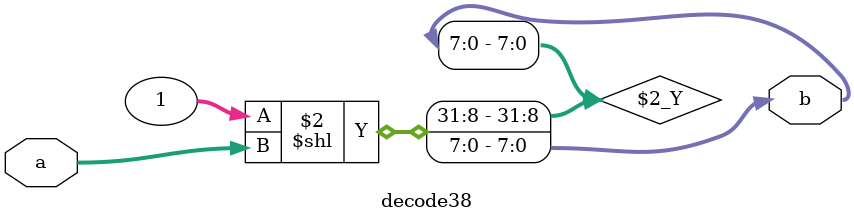
<source format=sv>
module regfile(data_in,writenum,write,readnum,clk,data_out);
  // declarations from Lab 5 outline
  input [15:0] data_in;
  input [2:0] writenum, readnum;
  input write, clk;
  output [15:0] data_out;

  wire [7:0] write_out, read_out;               // initialize 8-bit buses for decoded values of writenum and readnum
  reg [15:0] R0, R1, R2, R3, R4, R5, R6, R7;    // initialize 16-bit registers 

  decode38 decode_write(writenum, write_out);   // decode writenum in binary to write_out in one-hot
  decode38 decode_read(readnum, read_out);      // decode readnum in binary to read_out in one-hot 

  always_comb begin 
    data_out = 16'b0;
    case (read_out) // one register value R0-R7 is copied to data_out depending on readnum (decoded to read_out)
      8'b00000001: data_out = R0; 
      8'b00000010: data_out = R1;  
      8'b00000100: data_out = R2; 
      8'b00001000: data_out = R3; 
      8'b00010000: data_out = R4; 
      8'b00100000: data_out = R5; 
      8'b01000000: data_out = R6; 
      default: data_out = R7; 
    endcase 
  end

  always_ff @(posedge clk) begin 
    if (write) begin   // if write is high, data_in is copied to registers R0-R7 depending on writenum (decoded to write_out)
      case (write_out) 
        8'b00000001: R0 <= data_in; 
        8'b00000010: R1 <= data_in; 
        8'b00000100: R2 <= data_in; 
        8'b00001000: R3 <= data_in; 
        8'b00010000: R4 <= data_in;
        8'b00100000: R5 <= data_in; 
        8'b01000000: R6 <= data_in;
        default: R7 <= data_in; 
      endcase
    end 
  end
  
endmodule

module decode38(input [2:0] a, output reg [7:0] b);
    always_comb begin
        b = 8'b00000000;  // Default value to prevent latch inference
        b = 1 << a;       // Shift operation
    end
endmodule

</source>
